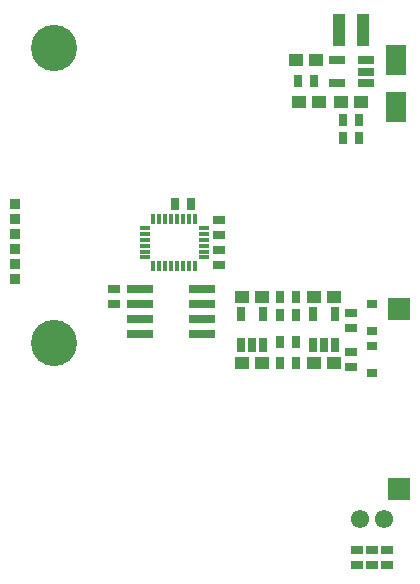
<source format=gbs>
G75*
G70*
%OFA0B0*%
%FSLAX24Y24*%
%IPPOS*%
%LPD*%
%AMOC8*
5,1,8,0,0,1.08239X$1,22.5*
%
%ADD10C,0.1540*%
%ADD11R,0.0355X0.0138*%
%ADD12R,0.0138X0.0355*%
%ADD13R,0.0540X0.0260*%
%ADD14C,0.0610*%
%ADD15R,0.0473X0.0434*%
%ADD16R,0.0394X0.1063*%
%ADD17R,0.0709X0.1024*%
%ADD18R,0.0316X0.0394*%
%ADD19R,0.0257X0.0512*%
%ADD20R,0.0340X0.0340*%
%ADD21R,0.0394X0.0316*%
%ADD22R,0.0749X0.0749*%
%ADD23R,0.0367X0.0288*%
%ADD24R,0.0910X0.0280*%
D10*
X002047Y009825D03*
X002047Y019668D03*
D11*
X005056Y013658D03*
X005056Y013461D03*
X005056Y013264D03*
X005056Y013067D03*
X005056Y012870D03*
X005056Y012673D03*
X007024Y012673D03*
X007024Y012870D03*
X007024Y013067D03*
X007024Y013264D03*
X007024Y013461D03*
X007024Y013658D03*
D12*
X006729Y013953D03*
X006532Y013953D03*
X006335Y013953D03*
X006138Y013953D03*
X005942Y013953D03*
X005745Y013953D03*
X005548Y013953D03*
X005351Y013953D03*
X005351Y012378D03*
X005548Y012378D03*
X005745Y012378D03*
X005942Y012378D03*
X006138Y012378D03*
X006335Y012378D03*
X006532Y012378D03*
X006729Y012378D03*
D13*
X011460Y018485D03*
X011460Y019245D03*
X012420Y019245D03*
X012420Y018865D03*
X012420Y018485D03*
D14*
X012246Y003965D03*
X013034Y003965D03*
D15*
X011375Y009165D03*
X010705Y009165D03*
X010705Y011365D03*
X011375Y011365D03*
X008975Y011365D03*
X008305Y011365D03*
X008305Y009165D03*
X008975Y009165D03*
X010205Y017865D03*
X010875Y017865D03*
X011605Y017865D03*
X012275Y017865D03*
X010775Y019265D03*
X010105Y019265D03*
D16*
X011546Y020265D03*
X012334Y020265D03*
D17*
X013434Y019250D03*
X013434Y017675D03*
D18*
X012196Y017265D03*
X012196Y016665D03*
X011684Y016665D03*
X011684Y017265D03*
X010696Y018565D03*
X010184Y018565D03*
X006596Y014465D03*
X006084Y014465D03*
X009584Y011365D03*
X009584Y010765D03*
X010096Y010765D03*
X010096Y011365D03*
X010096Y009865D03*
X010096Y009165D03*
X009584Y009165D03*
X009584Y009865D03*
D19*
X009014Y009754D03*
X008640Y009754D03*
X008266Y009754D03*
X008266Y010777D03*
X009014Y010777D03*
X010666Y010777D03*
X011414Y010777D03*
X011414Y009754D03*
X011040Y009754D03*
X010666Y009754D03*
D20*
X000740Y011965D03*
X000740Y012465D03*
X000740Y012965D03*
X000740Y013465D03*
X000740Y013965D03*
X000740Y014465D03*
D21*
X004040Y011621D03*
X004040Y011110D03*
X007540Y012410D03*
X007540Y012921D03*
X007540Y013410D03*
X007540Y013921D03*
X011940Y010821D03*
X011940Y010310D03*
X011940Y009521D03*
X011940Y009010D03*
X012140Y002921D03*
X012140Y002410D03*
X012640Y002410D03*
X012640Y002921D03*
X013140Y002921D03*
X013140Y002410D03*
D22*
X013540Y004963D03*
X013540Y010967D03*
D23*
X012640Y011118D03*
X012640Y010213D03*
X012640Y009718D03*
X012640Y008813D03*
D24*
X006970Y010115D03*
X006970Y010615D03*
X006970Y011115D03*
X006970Y011615D03*
X004910Y011615D03*
X004910Y011115D03*
X004910Y010615D03*
X004910Y010115D03*
M02*

</source>
